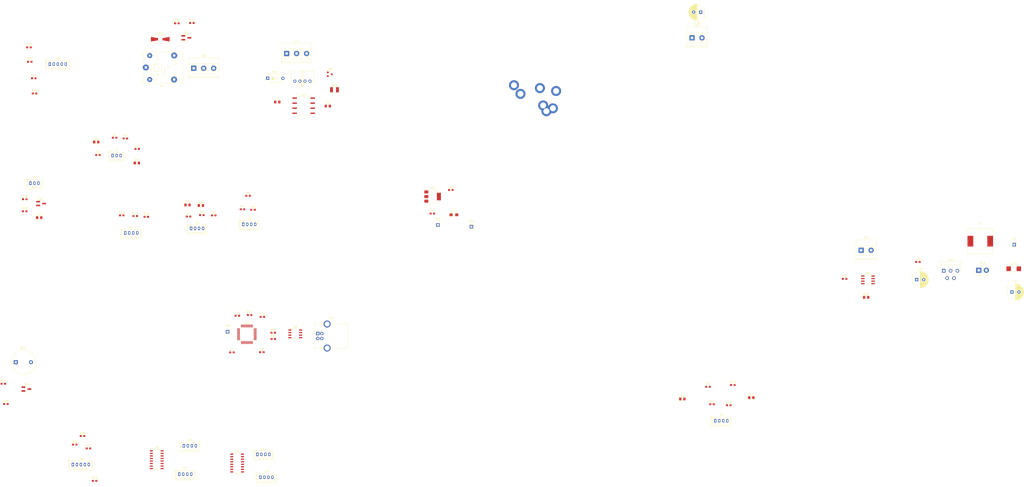
<source format=kicad_pcb>
(kicad_pcb (version 20171130) (host pcbnew 5.1.10)
  (layers (0 F.Cu signal) (31 B.Cu signal) (34 B.Paste user) (35 F.Paste user) (36 B.SilkS user) (37 F.SilkS user) (38 B.Mask user) (39 F.Mask user) (44 Edge.Cuts user))
  (net 0 "")
  (net 1 GND)
  (net 2 +5V)
  (net 3 +3V3)
  (net 4 Earth)
  (net 5 /ADC2)
  (net 6 /ADC1)
  (net 7 "Net-(C10-Pad1)")
  (net 8 /I2C1_SCL)
  (net 9 /I2C1_SDA)
  (net 10 /G1)
  (net 11 "Net-(J1-Pad2)")
  (net 12 "Net-(J2-Pad3)")
  (net 13 "Net-(J2-Pad2)")
  (net 14 "Net-(J3-Pad2)")
  (net 15 "Net-(J3-Pad3)")
  (net 16 "Net-(J4-Pad2)")
  (net 17 "Net-(J4-Pad3)")
  (net 18 "Net-(J5-Pad3)")
  (net 19 "Net-(J5-Pad2)")
  (net 20 /BTN1)
  (net 21 /BTN2)
  (net 22 /BTN3)
  (net 23 /BTN4)
  (net 24 "Net-(J10-Pad2)")
  (net 25 /CANL)
  (net 26 /CANH)
  (net 27 "Net-(J15-Pad1)")
  (net 28 "Net-(J15-Pad2)")
  (net 29 /Relay)
  (net 30 /PWM)
  (net 31 /CLK1)
  (net 32 /DIR1)
  (net 33 /~EN1)
  (net 34 /CLK2)
  (net 35 /DIR2)
  (net 36 /~EN2)
  (net 37 /CAN_Rx)
  (net 38 /CAN_Tx)
  (net 39 /Ext0)
  (net 40 /Ext1)
  (net 41 /Ext2)
  (net 42 /CLK3)
  (net 43 /DIR3)
  (net 44 /~EN3)
  (net 45 "Net-(BZ1-Pad2)")
  (net 46 "Net-(C2-Pad2)")
  (net 47 "Net-(C4-Pad1)")
  (net 48 /Enc2b)
  (net 49 /Enc2a)
  (net 50 "Net-(D9-Pad1)")
  (net 51 "Net-(D9-Pad2)")
  (net 52 "Net-(D9-Pad3)")
  (net 53 "Net-(D9-Pad6)")
  (net 54 "Net-(D9-Pad7)")
  (net 55 "Net-(D10-Pad2)")
  (net 56 "Net-(D11-Pad2)")
  (net 57 "Net-(D12-Pad1)")
  (net 58 "Net-(J1-Pad1)")
  (net 59 "Net-(J2-Pad4)")
  (net 60 "Net-(J3-Pad4)")
  (net 61 "Net-(J4-Pad4)")
  (net 62 "Net-(J8-Pad1)")
  (net 63 "Net-(J8-Pad2)")
  (net 64 "Net-(J8-Pad3)")
  (net 65 "Net-(J8-Pad4)")
  (net 66 "Net-(J9-Pad4)")
  (net 67 "Net-(J9-Pad3)")
  (net 68 "Net-(J9-Pad2)")
  (net 69 "Net-(J9-Pad1)")
  (net 70 "Net-(J10-Pad1)")
  (net 71 "Net-(J10-Pad3)")
  (net 72 "Net-(J12-Pad2)")
  (net 73 "Net-(J14-Pad1)")
  (net 74 "Net-(J14-Pad2)")
  (net 75 "Net-(J14-Pad3)")
  (net 76 "Net-(J15-Pad3)")
  (net 77 "Net-(J16-Pad3)")
  (net 78 "Net-(J16-Pad2)")
  (net 79 "Net-(J16-Pad1)")
  (net 80 "Net-(J17-Pad3)")
  (net 81 "Net-(J17-Pad2)")
  (net 82 "Net-(J17-Pad1)")
  (net 83 /Enc1a)
  (net 84 /Enc1b)
  (net 85 /Enc3a)
  (net 86 /Enc3b)
  (net 87 "Net-(Q2-Pad1)")
  (net 88 "Net-(R17-Pad1)")
  (net 89 "Net-(R19-Pad1)")
  (net 90 "Net-(Q3-Pad1)")
  (net 91 /ESW1)
  (net 92 /ESW2)
  (net 93 /ESW3)
  (net 94 "Net-(R30-Pad2)")
  (net 95 "Net-(R31-Pad2)")
  (net 96 "Net-(Q4-Pad1)")
  (net 97 /Buzzer)
  (net 98 "Net-(Q4-Pad2)")
  (net 99 "Net-(TP3-Pad1)")
  (module Capacitor_SMD:C_0805_2012Metric_Pad1.15x1.40mm_HandSolder (layer F.Cu) (at 126.5428 -17.6784)
    (fp_text reference C1 (at 0 -1.65) (layer F.SilkS))
    (fp_text value 1)
    (pad 2 smd roundrect (at 1.025 0) (size 1.15 1.4) (layers F.Cu F.Paste F.Mask) (roundrect_rratio 0.217391) (net 1 GND))
    (pad 1 smd roundrect (at -1.025 0) (size 1.15 1.4) (layers F.Cu F.Paste F.Mask) (roundrect_rratio 0.217391) (net 2 +5V))
  )
  (module Capacitor_SMD:C_0603_1608Metric_Pad1.05x0.95mm_HandSolder (layer F.Cu) (at 106.5276 89.4588)
    (fp_text reference C5 (at 0 -1.43) (layer F.SilkS))
    (fp_text value 0.1)
    (pad 1 smd roundrect (at -0.875 0) (size 1.05 0.95) (layers F.Cu F.Paste F.Mask) (net 1 GND))
    (pad 2 smd roundrect (at 0.875 0) (size 1.05 0.95) (layers F.Cu F.Paste F.Mask) (net 3 +3V3))
  )
  (module Capacitor_SMD:C_0603_1608Metric_Pad1.05x0.95mm_HandSolder (layer F.Cu) (at 119.0752 90.0684)
    (fp_text reference C6 (at 0 -1.43) (layer F.SilkS))
    (fp_text value 0.1)
    (pad 2 smd roundrect (at 0.875 0) (size 1.05 0.95) (layers F.Cu F.Paste F.Mask) (net 3 +3V3))
    (pad 1 smd roundrect (at -0.875 0) (size 1.05 0.95) (layers F.Cu F.Paste F.Mask) (net 1 GND))
  )
  (module Capacitor_SMD:C_0603_1608Metric_Pad1.05x0.95mm_HandSolder (layer F.Cu) (at 103.8352 107.8484)
    (fp_text reference C7 (at 0 -1.43) (layer F.SilkS))
    (fp_text value 0.1)
    (pad 1 smd roundrect (at -0.875 0) (size 1.05 0.95) (layers F.Cu F.Paste F.Mask) (net 1 GND))
    (pad 2 smd roundrect (at 0.875 0) (size 1.05 0.95) (layers F.Cu F.Paste F.Mask) (net 3 +3V3))
  )
  (module Capacitor_SMD:C_0805_2012Metric_Pad1.15x1.40mm_HandSolder (layer F.Cu) (at 151.8412 -15.6464)
    (fp_text reference C4 (at 0 -1.65) (layer F.SilkS))
    (fp_text value 1)
    (pad 1 smd roundrect (at -1.025 0) (size 1.15 1.4) (layers F.Cu F.Paste F.Mask) (roundrect_rratio 0.217391) (net 47 "Net-(C4-Pad1)"))
    (pad 2 smd roundrect (at 1.025 0) (size 1.15 1.4) (layers F.Cu F.Paste F.Mask) (roundrect_rratio 0.217391) (net 4 Earth))
  )
  (module Capacitor_SMD:C_0603_1608Metric_Pad1.05x0.95mm_HandSolder (layer F.Cu) (at 118.8212 107.7468)
    (fp_text reference C8 (at 0 -1.43) (layer F.SilkS))
    (fp_text value 0.1)
    (pad 2 smd roundrect (at 0.875 0) (size 1.05 0.95) (layers F.Cu F.Paste F.Mask) (net 3 +3V3))
    (pad 1 smd roundrect (at -0.875 0) (size 1.05 0.95) (layers F.Cu F.Paste F.Mask) (net 1 GND))
  )
  (module Capacitor_SMD:C_0603_1608Metric_Pad1.05x0.95mm_HandSolder (layer F.Cu) (at 56.388 5.842)
    (fp_text reference C2 (at 0 -1.43) (layer F.SilkS))
    (fp_text value 0.1)
    (pad 1 smd roundrect (at -0.875 0) (size 1.05 0.95) (layers F.Cu F.Paste F.Mask) (net 5 /ADC2))
    (pad 2 smd roundrect (at 0.875 0) (size 1.05 0.95) (layers F.Cu F.Paste F.Mask) (net 46 "Net-(C2-Pad2)"))
  )
  (module Capacitor_SMD:C_0603_1608Metric_Pad1.05x0.95mm_HandSolder (layer F.Cu) (at 36.7284 8.89)
    (fp_text reference C3 (at 0 -1.43) (layer F.SilkS))
    (fp_text value 0.1)
    (pad 2 smd roundrect (at 0.875 0) (size 1.05 0.95) (layers F.Cu F.Paste F.Mask) (net 46 "Net-(C2-Pad2)"))
    (pad 1 smd roundrect (at -0.875 0) (size 1.05 0.95) (layers F.Cu F.Paste F.Mask) (net 6 /ADC1))
  )
  (module Capacitor_SMD:C_0603_1608Metric_Pad1.05x0.95mm_HandSolder (layer F.Cu) (at 447.421 62.484)
    (fp_text reference C9 (at 0 -1.43) (layer F.SilkS))
    (fp_text value 0.1)
    (pad 2 smd roundrect (at 0.875 0) (size 1.05 0.95) (layers F.Cu F.Paste F.Mask) (net 1 GND))
    (pad 1 smd roundrect (at -0.875 0) (size 1.05 0.95) (layers F.Cu F.Paste F.Mask) (net 7 "Net-(C10-Pad1)"))
  )
  (module Capacitor_THT:CP_Radial_D8.0mm_P3.50mm (layer F.Cu) (at 446.786 71.374)
    (fp_text reference C10 (at 1.75 -5.25) (layer F.SilkS))
    (fp_text value "100u 16V")
    (pad 2 thru_hole circle (at 3.5 0) (size 1.6 1.6) (drill 0.8) (layers *.Cu *.Mask) (net 1 GND))
    (pad 1 thru_hole rect (at 0 0) (size 1.6 1.6) (drill 0.8) (layers *.Cu *.Mask) (net 7 "Net-(C10-Pad1)"))
  )
  (module Capacitor_SMD:C_0603_1608Metric_Pad1.05x0.95mm_HandSolder (layer F.Cu) (at 204.216 38.227)
    (fp_text reference C11 (at 0 -1.43) (layer F.SilkS))
    (fp_text value 0.1)
    (pad 1 smd roundrect (at -0.875 0) (size 1.05 0.95) (layers F.Cu F.Paste F.Mask) (net 2 +5V))
    (pad 2 smd roundrect (at 0.875 0) (size 1.05 0.95) (layers F.Cu F.Paste F.Mask) (net 1 GND))
  )
  (module Capacitor_Tantalum_SMD:CP_EIA-3216-18_Kemet-A_Pad1.58x1.35mm_HandSolder (layer F.Cu) (at 215.011 38.862)
    (fp_text reference C12 (at 0 -1.75) (layer F.SilkS))
    (fp_text value "47u 6V")
    (pad 1 smd roundrect (at -1.4375 0) (size 1.575 1.35) (layers F.Cu F.Paste F.Mask) (roundrect_rratio 0.185185) (net 3 +3V3))
    (pad 2 smd roundrect (at 1.4375 0) (size 1.575 1.35) (layers F.Cu F.Paste F.Mask) (roundrect_rratio 0.185185) (net 1 GND))
  )
  (module Capacitor_Tantalum_SMD:CP_EIA-6032-28_Kemet-C_Pad2.25x2.35mm_HandSolder (layer F.Cu) (at 495.427 65.913)
    (fp_text reference C13 (at 0 -2.55) (layer F.SilkS))
    (fp_text value "47u 10V")
    (pad 1 smd roundrect (at -2.55 0) (size 2.25 2.35) (layers F.Cu F.Paste F.Mask) (roundrect_rratio 0.111111) (net 2 +5V))
    (pad 2 smd roundrect (at 2.55 0) (size 2.25 2.35) (layers F.Cu F.Paste F.Mask) (roundrect_rratio 0.111111) (net 1 GND))
  )
  (module Capacitor_THT:CP_Radial_D8.0mm_P3.50mm (layer F.Cu) (at 494.538 77.597)
    (fp_text reference C14 (at 1.75 -5.25) (layer F.SilkS))
    (fp_text value "100u 16V")
    (pad 1 thru_hole rect (at 0 0) (size 1.6 1.6) (drill 0.8) (layers *.Cu *.Mask) (net 2 +5V))
    (pad 2 thru_hole circle (at 3.5 0) (size 1.6 1.6) (drill 0.8) (layers *.Cu *.Mask) (net 1 GND))
  )
  (module Capacitor_SMD:C_0603_1608Metric_Pad1.05x0.95mm_HandSolder (layer F.Cu) (at 213.487 26.416)
    (fp_text reference C15 (at 0 -1.43) (layer F.SilkS))
    (fp_text value 0.1)
    (pad 1 smd roundrect (at -0.875 0) (size 1.05 0.95) (layers F.Cu F.Paste F.Mask) (net 3 +3V3))
    (pad 2 smd roundrect (at 0.875 0) (size 1.05 0.95) (layers F.Cu F.Paste F.Mask) (net 1 GND))
  )
  (module Diode_SMD:D_SMA-SMB_Universal_Handsoldering (layer F.Cu) (at 67.9196 -49.1744)
    (fp_text reference D10 (at 0 -3) (layer F.SilkS))
    (fp_text value SS14)
    (pad 1 smd trapezoid (at -2.9 0) (size 3.6 1.7) (rect_delta 0.6 0) (layers F.Cu F.Paste F.Mask) (net 2 +5V))
    (pad 2 smd trapezoid (at 2.9 0 180) (size 3.6 1.7) (rect_delta 0.6 0) (layers F.Cu F.Paste F.Mask) (net 55 "Net-(D10-Pad2)"))
  )
  (module Package_SO:SOIC-8_3.9x4.9mm_P1.27mm (layer F.Cu) (at 135.5344 98.552)
    (fp_text reference D9 (at 0 -3.5) (layer F.SilkS))
    (fp_text value USB6B1)
    (pad 1 smd rect (at -2.7 -1.905) (size 1.55 0.6) (layers F.Cu F.Paste F.Mask) (net 50 "Net-(D9-Pad1)"))
    (pad 2 smd rect (at -2.7 -0.635) (size 1.55 0.6) (layers F.Cu F.Paste F.Mask) (net 51 "Net-(D9-Pad2)"))
    (pad 3 smd rect (at -2.7 0.635) (size 1.55 0.6) (layers F.Cu F.Paste F.Mask) (net 52 "Net-(D9-Pad3)"))
    (pad 4 smd rect (at -2.7 1.905) (size 1.55 0.6) (layers F.Cu F.Paste F.Mask) (net 1 GND))
    (pad 5 smd rect (at 2.7 1.905) (size 1.55 0.6) (layers F.Cu F.Paste F.Mask) (net 1 GND))
    (pad 6 smd rect (at 2.7 0.635) (size 1.55 0.6) (layers F.Cu F.Paste F.Mask) (net 53 "Net-(D9-Pad6)"))
    (pad 7 smd rect (at 2.7 -0.635) (size 1.55 0.6) (layers F.Cu F.Paste F.Mask) (net 54 "Net-(D9-Pad7)"))
    (pad 8 smd rect (at 2.7 -1.905) (size 1.55 0.6) (layers F.Cu F.Paste F.Mask))
  )
  (module Diode_SMD:D_0805_2012Metric_Pad1.15x1.40mm_HandSolder (layer F.Cu) (at 363.982 130.556)
    (fp_text reference D1 (at 0 -1.65) (layer F.SilkS))
    (fp_text value CESD3V3)
    (pad 1 smd roundrect (at -1.025 0) (size 1.15 1.4) (layers F.Cu F.Paste F.Mask) (roundrect_rratio 0.217391) (net 8 /I2C1_SCL))
    (pad 2 smd roundrect (at 1.025 0) (size 1.15 1.4) (layers F.Cu F.Paste F.Mask) (roundrect_rratio 0.217391) (net 1 GND))
  )
  (module Diode_SMD:D_0805_2012Metric_Pad1.15x1.40mm_HandSolder (layer F.Cu) (at 421.513 80.264)
    (fp_text reference D11 (at 0 -1.65) (layer F.SilkS))
    (fp_text value MM3Z7V5)
    (pad 1 smd roundrect (at -1.025 0) (size 1.15 1.4) (layers F.Cu F.Paste F.Mask) (roundrect_rratio 0.217391) (net 7 "Net-(C10-Pad1)"))
    (pad 2 smd roundrect (at 1.025 0) (size 1.15 1.4) (layers F.Cu F.Paste F.Mask) (roundrect_rratio 0.217391) (net 56 "Net-(D11-Pad2)"))
  )
  (module Diode_SMD:D_0805_2012Metric_Pad1.15x1.40mm_HandSolder (layer F.Cu) (at 329.438 131.191)
    (fp_text reference D3 (at 0 -1.65) (layer F.SilkS))
    (fp_text value CESD3V3)
    (pad 1 smd roundrect (at -1.025 0) (size 1.15 1.4) (layers F.Cu F.Paste F.Mask) (roundrect_rratio 0.217391) (net 9 /I2C1_SDA))
    (pad 2 smd roundrect (at 1.025 0) (size 1.15 1.4) (layers F.Cu F.Paste F.Mask) (roundrect_rratio 0.217391) (net 1 GND))
  )
  (module Diode_SMD:D_0805_2012Metric_Pad1.15x1.40mm_HandSolder (layer F.Cu) (at 56.1848 12.9032)
    (fp_text reference D4 (at 0 -1.65) (layer F.SilkS))
    (fp_text value CESD3V3)
    (pad 2 smd roundrect (at 1.025 0) (size 1.15 1.4) (layers F.Cu F.Paste F.Mask) (roundrect_rratio 0.217391) (net 46 "Net-(C2-Pad2)"))
    (pad 1 smd roundrect (at -1.025 0) (size 1.15 1.4) (layers F.Cu F.Paste F.Mask) (roundrect_rratio 0.217391) (net 5 /ADC2))
  )
  (module Diode_SMD:D_0805_2012Metric_Pad1.15x1.40mm_HandSolder (layer F.Cu) (at 35.8648 2.3876)
    (fp_text reference D6 (at 0 -1.65) (layer F.SilkS))
    (fp_text value CESD3V3)
    (pad 2 smd roundrect (at 1.025 0) (size 1.15 1.4) (layers F.Cu F.Paste F.Mask) (roundrect_rratio 0.217391) (net 46 "Net-(C2-Pad2)"))
    (pad 1 smd roundrect (at -1.025 0) (size 1.15 1.4) (layers F.Cu F.Paste F.Mask) (roundrect_rratio 0.217391) (net 6 /ADC1))
  )
  (module Diode_THT:D_DO-201_P3.81mm_Vertical_AnodeUp (layer F.Cu) (at 477.901 66.675)
    (fp_text reference D12 (at 1.905 -3.725) (layer F.SilkS))
    (fp_text value 1N5822)
    (fp_text user A (at 3.81 2.3) (layer F.SilkS))
    (pad 1 thru_hole rect (at 0 0) (size 2.6 2.6) (drill 1.3) (layers *.Cu *.Mask) (net 57 "Net-(D12-Pad1)"))
    (pad 2 thru_hole oval (at 3.81 0) (size 2.6 2.6) (drill 1.3) (layers *.Cu *.Mask) (net 1 GND))
  )
  (module TerminalBlock_Phoenix:TerminalBlock_Phoenix_MKDS-1,5-2_1x02_P5.00mm_Horizontal (layer F.Cu) (at 418.973 56.642)
    (fp_text reference J12 (at 2.5 -6.26) (layer F.SilkS))
    (fp_text value Screw_Terminal_01x02)
    (pad 1 thru_hole rect (at 0 0) (size 2.6 2.6) (drill 1.3) (layers *.Cu *.Mask) (net 1 GND))
    (pad 2 thru_hole circle (at 5 0) (size 2.6 2.6) (drill 1.3) (layers *.Cu *.Mask) (net 72 "Net-(J12-Pad2)"))
  )
  (module TerminalBlock_Phoenix:TerminalBlock_Phoenix_MKDS-1,5-3_1x03_P5.00mm_Horizontal (layer F.Cu) (at 84.6836 -34.5948)
    (fp_text reference J10 (at 5 -6.26) (layer F.SilkS))
    (fp_text value Screw_Terminal_01x03)
    (pad 1 thru_hole rect (at 0 0) (size 2.6 2.6) (drill 1.3) (layers *.Cu *.Mask) (net 70 "Net-(J10-Pad1)"))
    (pad 2 thru_hole circle (at 5 0) (size 2.6 2.6) (drill 1.3) (layers *.Cu *.Mask) (net 24 "Net-(J10-Pad2)"))
    (pad 3 thru_hole circle (at 10 0) (size 2.6 2.6) (drill 1.3) (layers *.Cu *.Mask) (net 71 "Net-(J10-Pad3)"))
  )
  (module TerminalBlock_Phoenix:TerminalBlock_Phoenix_MKDS-1,5-3_1x03_P5.00mm_Horizontal (layer F.Cu) (at 131.2164 -42.0116)
    (fp_text reference J7 (at 5 -6.26) (layer F.SilkS))
    (fp_text value Screw_Terminal_01x03)
    (pad 3 thru_hole circle (at 10 0) (size 2.6 2.6) (drill 1.3) (layers *.Cu *.Mask) (net 25 /CANL))
    (pad 2 thru_hole circle (at 5 0) (size 2.6 2.6) (drill 1.3) (layers *.Cu *.Mask) (net 4 Earth))
    (pad 1 thru_hole rect (at 0 0) (size 2.6 2.6) (drill 1.3) (layers *.Cu *.Mask) (net 26 /CANH))
  )
  (module Relay_THT:Relay_SPDT_SANYOU_SRD_Series_Form_C (layer F.Cu) (at 60.706 -35.0012)
    (fp_text reference K1 (at 8.1 9.2) (layer F.SilkS))
    (fp_text value G5LE-1)
    (pad 2 thru_hole circle (at 1.95 6.05 90) (size 2.5 2.5) (drill 1) (layers *.Cu *.Mask) (net 55 "Net-(D10-Pad2)"))
    (pad 3 thru_hole circle (at 14.15 6.05 90) (size 3 3) (drill 1.3) (layers *.Cu *.Mask) (net 70 "Net-(J10-Pad1)"))
    (pad 4 thru_hole circle (at 14.2 -6 90) (size 3 3) (drill 1.3) (layers *.Cu *.Mask) (net 71 "Net-(J10-Pad3)"))
    (pad 5 thru_hole circle (at 1.95 -5.95 90) (size 2.5 2.5) (drill 1) (layers *.Cu *.Mask) (net 2 +5V))
    (pad 1 thru_hole circle (at 0 0 90) (size 3 3) (drill 1.3) (layers *.Cu *.Mask) (net 24 "Net-(J10-Pad2)"))
  )
  (module Inductor_SMD:L_12x12mm_H4.5mm (layer F.Cu) (at 478.663 52.07)
    (fp_text reference L1 (at 0 -8.89) (layer F.SilkS))
    (fp_text value 100u)
    (pad 1 smd rect (at -4.95 0) (size 2.9 5.4) (layers F.Cu F.Paste F.Mask) (net 2 +5V))
    (pad 2 smd rect (at 4.95 0) (size 2.9 5.4) (layers F.Cu F.Paste F.Mask) (net 57 "Net-(D12-Pad1)"))
  )
  (module Package_SO:SO-8_3.9x4.9mm_P1.27mm (layer F.Cu) (at 422.402 71.501)
    (fp_text reference Q5 (at 0 -3.4) (layer F.SilkS))
    (fp_text value IRF9310)
    (pad 1 smd roundrect (at -2.575 -1.905) (size 1.75 0.6) (layers F.Cu F.Paste F.Mask) (net 7 "Net-(C10-Pad1)"))
    (pad 2 smd roundrect (at -2.575 -0.635) (size 1.75 0.6) (layers F.Cu F.Paste F.Mask) (net 7 "Net-(C10-Pad1)"))
    (pad 3 smd roundrect (at -2.575 0.635) (size 1.75 0.6) (layers F.Cu F.Paste F.Mask) (net 7 "Net-(C10-Pad1)"))
    (pad 4 smd roundrect (at -2.575 1.905) (size 1.75 0.6) (layers F.Cu F.Paste F.Mask) (net 56 "Net-(D11-Pad2)"))
    (pad 5 smd roundrect (at 2.575 1.905) (size 1.75 0.6) (layers F.Cu F.Paste F.Mask) (net 72 "Net-(J12-Pad2)"))
    (pad 6 smd roundrect (at 2.575 0.635) (size 1.75 0.6) (layers F.Cu F.Paste F.Mask) (net 72 "Net-(J12-Pad2)"))
    (pad 7 smd roundrect (at 2.575 -0.635) (size 1.75 0.6) (layers F.Cu F.Paste F.Mask) (net 72 "Net-(J12-Pad2)"))
    (pad 8 smd roundrect (at 2.575 -1.905) (size 1.75 0.6) (layers F.Cu F.Paste F.Mask) (net 72 "Net-(J12-Pad2)"))
  )
  (module Resistor_SMD:R_0603_1608Metric_Pad1.05x0.95mm_HandSolder (layer F.Cu) (at 112.6744 89.1032)
    (fp_text reference R17 (at 0 -1.43) (layer F.SilkS))
    (fp_text value 10k)
    (pad 1 smd roundrect (at -0.875 0) (size 1.05 0.95) (layers F.Cu F.Paste F.Mask) (net 88 "Net-(R17-Pad1)"))
    (pad 2 smd roundrect (at 0.875 0) (size 1.05 0.95) (layers F.Cu F.Paste F.Mask) (net 1 GND))
  )
  (module Resistor_SMD:R_0603_1608Metric_Pad1.05x0.95mm_HandSolder (layer F.Cu) (at 50.4444 0.6096)
    (fp_text reference R2 (at 0 -1.43) (layer F.SilkS))
    (fp_text value 10k)
    (pad 1 smd roundrect (at -0.875 0) (size 1.05 0.95) (layers F.Cu F.Paste F.Mask) (net 11 "Net-(J1-Pad2)"))
    (pad 2 smd roundrect (at 0.875 0) (size 1.05 0.95) (layers F.Cu F.Paste F.Mask) (net 5 /ADC2))
  )
  (module Resistor_SMD:R_0603_1608Metric_Pad1.05x0.95mm_HandSolder (layer F.Cu) (at 342.265 125.095)
    (fp_text reference R3 (at 0 -1.43) (layer F.SilkS))
    (fp_text value 4k7)
    (pad 2 smd roundrect (at 0.875 0) (size 1.05 0.95) (layers F.Cu F.Paste F.Mask) (net 3 +3V3))
    (pad 1 smd roundrect (at -0.875 0) (size 1.05 0.95) (layers F.Cu F.Paste F.Mask) (net 8 /I2C1_SCL))
  )
  (module Resistor_SMD:R_0603_1608Metric_Pad1.05x0.95mm_HandSolder (layer F.Cu) (at 354.711 124.206)
    (fp_text reference R13 (at 0 -1.43) (layer F.SilkS))
    (fp_text value 4k7)
    (pad 1 smd roundrect (at -0.875 0) (size 1.05 0.95) (layers F.Cu F.Paste F.Mask) (net 9 /I2C1_SDA))
    (pad 2 smd roundrect (at 0.875 0) (size 1.05 0.95) (layers F.Cu F.Paste F.Mask) (net 3 +3V3))
  )
  (module Resistor_SMD:R_0603_1608Metric_Pad1.05x0.95mm_HandSolder (layer F.Cu) (at 344.297 133.858)
    (fp_text reference R14 (at 0 -1.43) (layer F.SilkS))
    (fp_text value 100)
    (pad 2 smd roundrect (at 0.875 0) (size 1.05 0.95) (layers F.Cu F.Paste F.Mask) (net 8 /I2C1_SCL))
    (pad 1 smd roundrect (at -0.875 0) (size 1.05 0.95) (layers F.Cu F.Paste F.Mask) (net 19 "Net-(J5-Pad2)"))
  )
  (module Resistor_SMD:R_0603_1608Metric_Pad1.05x0.95mm_HandSolder (layer F.Cu) (at 352.679 134.366)
    (fp_text reference R15 (at 0 -1.43) (layer F.SilkS))
    (fp_text value 100)
    (pad 1 smd roundrect (at -0.875 0) (size 1.05 0.95) (layers F.Cu F.Paste F.Mask) (net 18 "Net-(J5-Pad3)"))
    (pad 2 smd roundrect (at 0.875 0) (size 1.05 0.95) (layers F.Cu F.Paste F.Mask) (net 9 /I2C1_SDA))
  )
  (module Resistor_SMD:R_0603_1608Metric_Pad1.05x0.95mm_HandSolder (layer F.Cu) (at 76.2508 -57.15)
    (fp_text reference R20 (at 0 -1.43) (layer F.SilkS))
    (fp_text value 10k)
    (pad 2 smd roundrect (at 0.875 0) (size 1.05 0.95) (layers F.Cu F.Paste F.Mask) (net 29 /Relay))
    (pad 1 smd roundrect (at -0.875 0) (size 1.05 0.95) (layers F.Cu F.Paste F.Mask) (net 1 GND))
  )
  (module Resistor_SMD:R_0603_1608Metric_Pad1.05x0.95mm_HandSolder (layer F.Cu) (at 83.7692 -57.3024)
    (fp_text reference R21 (at 0 -1.43) (layer F.SilkS))
    (fp_text value 330)
    (pad 1 smd roundrect (at -0.875 0) (size 1.05 0.95) (layers F.Cu F.Paste F.Mask) (net 90 "Net-(Q3-Pad1)"))
    (pad 2 smd roundrect (at 0.875 0) (size 1.05 0.95) (layers F.Cu F.Paste F.Mask) (net 29 /Relay))
  )
  (module Resistor_SMD:R_0603_1608Metric_Pad1.05x0.95mm_HandSolder (layer F.Cu) (at 124.5108 97.9932)
    (fp_text reference R30 (at 0 -1.43) (layer F.SilkS))
    (fp_text value 22)
    (pad 1 smd roundrect (at -0.875 0) (size 1.05 0.95) (layers F.Cu F.Paste F.Mask) (net 54 "Net-(D9-Pad7)"))
    (pad 2 smd roundrect (at 0.875 0) (size 1.05 0.95) (layers F.Cu F.Paste F.Mask) (net 94 "Net-(R30-Pad2)"))
  )
  (module Resistor_SMD:R_0603_1608Metric_Pad1.05x0.95mm_HandSolder (layer F.Cu) (at 124.5616 101.1428)
    (fp_text reference R31 (at 0 -1.43) (layer F.SilkS))
    (fp_text value 22)
    (pad 1 smd roundrect (at -0.875 0) (size 1.05 0.95) (layers F.Cu F.Paste F.Mask) (net 53 "Net-(D9-Pad6)"))
    (pad 2 smd roundrect (at 0.875 0) (size 1.05 0.95) (layers F.Cu F.Paste F.Mask) (net 95 "Net-(R31-Pad2)"))
  )
  (module Resistor_SMD:R_1210_3225Metric_Pad1.42x2.65mm_HandSolder (layer F.Cu) (at 155.194 -23.8252)
    (fp_text reference R19 (at 0 -2.28) (layer F.SilkS))
    (fp_text value 120)
    (pad 1 smd roundrect (at -1.4875 0) (size 1.425 2.65) (layers F.Cu F.Paste F.Mask) (roundrect_rratio 0.175439) (net 89 "Net-(R19-Pad1)"))
    (pad 2 smd roundrect (at 1.4875 0) (size 1.425 2.65) (layers F.Cu F.Paste F.Mask) (roundrect_rratio 0.175439) (net 26 /CANH))
  )
  (module Resistor_SMD:R_0603_1608Metric_Pad1.05x0.95mm_HandSolder (layer F.Cu) (at 45.0596 0.2032)
    (fp_text reference R1 (at 0 -1.43) (layer F.SilkS))
    (fp_text value 10k)
    (pad 2 smd roundrect (at 0.875 0) (size 1.05 0.95) (layers F.Cu F.Paste F.Mask) (net 6 /ADC1))
    (pad 1 smd roundrect (at -0.875 0) (size 1.05 0.95) (layers F.Cu F.Paste F.Mask) (net 58 "Net-(J1-Pad1)"))
  )
  (module Resistor_SMD:R_0603_1608Metric_Pad1.05x0.95mm_HandSolder (layer F.Cu) (at 410.718 70.993)
    (fp_text reference R34 (at 0 -1.43) (layer F.SilkS))
    (fp_text value 4k7)
    (pad 2 smd roundrect (at 0.875 0) (size 1.05 0.95) (layers F.Cu F.Paste F.Mask) (net 1 GND))
    (pad 1 smd roundrect (at -0.875 0) (size 1.05 0.95) (layers F.Cu F.Paste F.Mask) (net 56 "Net-(D11-Pad2)"))
  )
  (module Resistor_SMD:R_0603_1608Metric_Pad1.05x0.95mm_HandSolder (layer F.Cu) (at 0.0508 31.0388)
    (fp_text reference R16 (at 0 -1.43) (layer F.SilkS))
    (fp_text value 330)
    (pad 2 smd roundrect (at 0.875 0) (size 1.05 0.95) (layers F.Cu F.Paste F.Mask) (net 30 /PWM))
    (pad 1 smd roundrect (at -0.875 0) (size 1.05 0.95) (layers F.Cu F.Paste F.Mask) (net 87 "Net-(Q2-Pad1)"))
  )
  (module Resistor_SMD:R_0603_1608Metric_Pad1.05x0.95mm_HandSolder (layer F.Cu) (at 0 37.084)
    (fp_text reference R18 (at 0 -1.43) (layer F.SilkS))
    (fp_text value 10k)
    (pad 2 smd roundrect (at 0.875 0) (size 1.05 0.95) (layers F.Cu F.Paste F.Mask) (net 1 GND))
    (pad 1 smd roundrect (at -0.875 0) (size 1.05 0.95) (layers F.Cu F.Paste F.Mask) (net 30 /PWM))
  )
  (module Button_Switch_THT:SW_DIP_SPSTx01_Slide_6.7x4.1mm_W7.62mm_P2.54mm_LowProfile (layer F.Cu) (at 121.7168 -29.5656)
    (fp_text reference SW1 (at 3.81 -3.11) (layer F.SilkS))
    (fp_text value SW_DIP_x01)
    (pad 1 thru_hole rect (at 0 0) (size 1.6 1.6) (drill 0.8) (layers *.Cu *.Mask) (net 89 "Net-(R19-Pad1)"))
    (pad 2 thru_hole oval (at 7.62 0) (size 1.6 1.6) (drill 0.8) (layers *.Cu *.Mask) (net 25 /CANL))
  )
  (module Connector_PinSocket_2.54mm:PinSocket_1x01_P2.54mm_Vertical (layer F.Cu) (at 495.681 53.848)
    (fp_text reference TP1 (at 0 -2.77) (layer F.SilkS))
    (fp_text value 5V)
    (pad 1 thru_hole rect (at 0 0) (size 1.7 1.7) (drill 1) (layers *.Cu *.Mask) (net 2 +5V))
  )
  (module Connector_PinSocket_2.54mm:PinSocket_1x01_P2.54mm_Vertical (layer F.Cu) (at 207.01 43.942)
    (fp_text reference TP2 (at 0 -2.77) (layer F.SilkS))
    (fp_text value 3.3V)
    (pad 1 thru_hole rect (at 0 0) (size 1.7 1.7) (drill 1) (layers *.Cu *.Mask) (net 3 +3V3))
  )
  (module Package_SO:SOIC-16_3.9x9.9mm_P1.27mm (layer F.Cu) (at 106.426 163.322)
    (fp_text reference U4 (at 0 -6) (layer F.SilkS))
    (fp_text value CD4050)
    (pad 1 smd rect (at -2.7 -4.445) (size 1.5 0.6) (layers F.Cu F.Paste F.Mask) (net 2 +5V))
    (pad 2 smd rect (at -2.7 -3.175) (size 1.5 0.6) (layers F.Cu F.Paste F.Mask) (net 73 "Net-(J14-Pad1)"))
    (pad 3 smd rect (at -2.7 -1.905) (size 1.5 0.6) (layers F.Cu F.Paste F.Mask) (net 31 /CLK1))
    (pad 4 smd rect (at -2.7 -0.635) (size 1.5 0.6) (layers F.Cu F.Paste F.Mask) (net 74 "Net-(J14-Pad2)"))
    (pad 5 smd rect (at -2.7 0.635) (size 1.5 0.6) (layers F.Cu F.Paste F.Mask) (net 32 /DIR1))
    (pad 6 smd rect (at -2.7 1.905) (size 1.5 0.6) (layers F.Cu F.Paste F.Mask) (net 75 "Net-(J14-Pad3)"))
    (pad 7 smd rect (at -2.7 3.175) (size 1.5 0.6) (layers F.Cu F.Paste F.Mask) (net 33 /~EN1))
    (pad 8 smd rect (at -2.7 4.445) (size 1.5 0.6) (layers F.Cu F.Paste F.Mask) (net 1 GND))
    (pad 9 smd rect (at 2.7 4.445) (size 1.5 0.6) (layers F.Cu F.Paste F.Mask) (net 34 /CLK2))
    (pad 10 smd rect (at 2.7 3.175) (size 1.5 0.6) (layers F.Cu F.Paste F.Mask) (net 27 "Net-(J15-Pad1)"))
    (pad 11 smd rect (at 2.7 1.905) (size 1.5 0.6) (layers F.Cu F.Paste F.Mask) (net 35 /DIR2))
    (pad 12 smd rect (at 2.7 0.635) (size 1.5 0.6) (layers F.Cu F.Paste F.Mask) (net 28 "Net-(J15-Pad2)"))
    (pad 13 smd rect (at 2.7 -0.635) (size 1.5 0.6) (layers F.Cu F.Paste F.Mask))
    (pad 14 smd rect (at 2.7 -1.905) (size 1.5 0.6) (layers F.Cu F.Paste F.Mask) (net 36 /~EN2))
    (pad 15 smd rect (at 2.7 -3.175) (size 1.5 0.6) (layers F.Cu F.Paste F.Mask) (net 76 "Net-(J15-Pad3)"))
    (pad 16 smd rect (at 2.7 -4.445) (size 1.5 0.6) (layers F.Cu F.Paste F.Mask))
  )
  (module Package_SO:SOP-8_6.62x9.15mm_P2.54mm (layer F.Cu) (at 139.7508 -15.8496)
    (fp_text reference U1 (at 0 -5.52) (layer F.SilkS))
    (fp_text value ISO1050DUB)
    (pad 1 smd roundrect (at -4.525 -3.81) (size 2.35 0.65) (layers F.Cu F.Paste F.Mask) (net 2 +5V))
    (pad 2 smd roundrect (at -4.525 -1.27) (size 2.35 0.65) (layers F.Cu F.Paste F.Mask) (net 37 /CAN_Rx))
    (pad 3 smd roundrect (at -4.525 1.27) (size 2.35 0.65) (layers F.Cu F.Paste F.Mask) (net 38 /CAN_Tx))
    (pad 4 smd roundrect (at -4.525 3.81) (size 2.35 0.65) (layers F.Cu F.Paste F.Mask) (net 1 GND))
    (pad 5 smd roundrect (at 4.525 3.81) (size 2.35 0.65) (layers F.Cu F.Paste F.Mask) (net 4 Earth))
    (pad 6 smd roundrect (at 4.525 1.27) (size 2.35 0.65) (layers F.Cu F.Paste F.Mask) (net 25 /CANL))
    (pad 7 smd roundrect (at 4.525 -1.27) (size 2.35 0.65) (layers F.Cu F.Paste F.Mask) (net 26 /CANH))
    (pad 8 smd roundrect (at 4.525 -3.81) (size 2.35 0.65) (layers F.Cu F.Paste F.Mask) (net 47 "Net-(C4-Pad1)"))
  )
  (module Package_QFP:LQFP-48_7x7mm_P0.5mm (layer F.Cu) (at 111.3028 98.7552)
    (fp_text reference U2 (at 0 -5.85) (layer F.SilkS))
    (fp_text value STM32F072C8Tx)
    (pad 1 smd roundrect (at -4.1625 -2.75) (size 1.475 0.3) (layers F.Cu F.Paste F.Mask) (net 3 +3V3))
    (pad 2 smd roundrect (at -4.1625 -2.25) (size 1.475 0.3) (layers F.Cu F.Paste F.Mask) (net 39 /Ext0))
    (pad 3 smd roundrect (at -4.1625 -1.75) (size 1.475 0.3) (layers F.Cu F.Paste F.Mask) (net 40 /Ext1))
    (pad 4 smd roundrect (at -4.1625 -1.25) (size 1.475 0.3) (layers F.Cu F.Paste F.Mask) (net 41 /Ext2))
    (pad 5 smd roundrect (at -4.1625 -0.75) (size 1.475 0.3) (layers F.Cu F.Paste F.Mask) (net 29 /Relay))
    (pad 6 smd roundrect (at -4.1625 -0.25) (size 1.475 0.3) (layers F.Cu F.Paste F.Mask))
    (pad 7 smd roundrect (at -4.1625 0.25) (size 1.475 0.3) (layers F.Cu F.Paste F.Mask) (net 99 "Net-(TP3-Pad1)"))
    (pad 8 smd roundrect (at -4.1625 0.75) (size 1.475 0.3) (layers F.Cu F.Paste F.Mask) (net 1 GND))
    (pad 9 smd roundrect (at -4.1625 1.25) (size 1.475 0.3) (layers F.Cu F.Paste F.Mask) (net 3 +3V3))
    (pad 10 smd roundrect (at -4.1625 1.75) (size 1.475 0.3) (layers F.Cu F.Paste F.Mask) (net 49 /Enc2a))
    (pad 11 smd roundrect (at -4.1625 2.25) (size 1.475 0.3) (layers F.Cu F.Paste F.Mask) (net 48 /Enc2b))
    (pad 12 smd roundrect (at -4.1625 2.75) (size 1.475 0.3) (layers F.Cu F.Paste F.Mask) (net 31 /CLK1))
    (pad 13 smd roundrect (at -2.75 4.1625) (size 0.3 1.475) (layers F.Cu F.Paste F.Mask) (net 6 /ADC1))
    (pad 14 smd roundrect (at -2.25 4.1625) (size 0.3 1.475) (layers F.Cu F.Paste F.Mask) (net 34 /CLK2))
    (pad 15 smd roundrect (at -1.75 4.1625) (size 0.3 1.475) (layers F.Cu F.Paste F.Mask) (net 5 /ADC2))
    (pad 16 smd roundrect (at -1.25 4.1625) (size 0.3 1.475) (layers F.Cu F.Paste F.Mask) (net 42 /CLK3))
    (pad 17 smd roundrect (at -0.75 4.1625) (size 0.3 1.475) (layers F.Cu F.Paste F.Mask) (net 30 /PWM))
    (pad 18 smd roundrect (at -0.25 4.1625) (size 0.3 1.475) (layers F.Cu F.Paste F.Mask) (net 91 /ESW1))
    (pad 19 smd roundrect (at 0.25 4.1625) (size 0.3 1.475) (layers F.Cu F.Paste F.Mask) (net 92 /ESW2))
    (pad 20 smd roundrect (at 0.75 4.1625) (size 0.3 1.475) (layers F.Cu F.Paste F.Mask) (net 93 /ESW3))
    (pad 21 smd roundrect (at 1.25 4.1625) (size 0.3 1.475) (layers F.Cu F.Paste F.Mask) (net 32 /DIR1))
    (pad 22 smd roundrect (at 1.75 4.1625) (size 0.3 1.475) (layers F.Cu F.Paste F.Mask) (net 35 /DIR2))
    (pad 23 smd roundrect (at 2.25 4.1625) (size 0.3 1.475) (layers F.Cu F.Paste F.Mask) (net 1 GND))
    (pad 24 smd roundrect (at 2.75 4.1625) (size 0.3 1.475) (layers F.Cu F.Paste F.Mask) (net 3 +3V3))
    (pad 25 smd roundrect (at 4.1625 2.75) (size 1.475 0.3) (layers F.Cu F.Paste F.Mask) (net 43 /DIR3))
    (pad 26 smd roundrect (at 4.1625 2.25) (size 1.475 0.3) (layers F.Cu F.Paste F.Mask) (net 33 /~EN1))
    (pad 27 smd roundrect (at 4.1625 1.75) (size 1.475 0.3) (layers F.Cu F.Paste F.Mask) (net 36 /~EN2))
    (pad 28 smd roundrect (at 4.1625 1.25) (size 1.475 0.3) (layers F.Cu F.Paste F.Mask) (net 44 /~EN3))
    (pad 29 smd roundrect (at 4.1625 0.75) (size 1.475 0.3) (layers F.Cu F.Paste F.Mask) (net 83 /Enc1a))
    (pad 30 smd roundrect (at 4.1625 0.25) (size 1.475 0.3) (layers F.Cu F.Paste F.Mask) (net 84 /Enc1b))
    (pad 31 smd roundrect (at 4.1625 -0.25) (size 1.475 0.3) (layers F.Cu F.Paste F.Mask) (net 20 /BTN1))
    (pad 32 smd roundrect (at 4.1625 -0.75) (size 1.475 0.3) (layers F.Cu F.Paste F.Mask) (net 94 "Net-(R30-Pad2)"))
    (pad 33 smd roundrect (at 4.1625 -1.25) (size 1.475 0.3) (layers F.Cu F.Paste F.Mask) (net 95 "Net-(R31-Pad2)"))
    (pad 34 smd roundrect (at 4.1625 -1.75) (size 1.475 0.3) (layers F.Cu F.Paste F.Mask) (net 21 /BTN2))
    (pad 35 smd roundrect (at 4.1625 -2.25) (size 1.475 0.3) (layers F.Cu F.Paste F.Mask) (net 1 GND))
    (pad 36 smd roundrect (at 4.1625 -2.75) (size 1.475 0.3) (layers F.Cu F.Paste F.Mask) (net 3 +3V3))
    (pad 37 smd roundrect (at 2.75 -4.1625) (size 0.3 1.475) (layers F.Cu F.Paste F.Mask) (net 22 /BTN3))
    (pad 38 smd roundrect (at 2.25 -4.1625) (size 0.3 1.475) (layers F.Cu F.Paste F.Mask) (net 23 /BTN4))
    (pad 39 smd roundrect (at 1.75 -4.1625) (size 0.3 1.475) (layers F.Cu F.Paste F.Mask) (net 97 /Buzzer))
    (pad 40 smd roundrect (at 1.25 -4.1625) (size 0.3 1.475) (layers F.Cu F.Paste F.Mask) (net 85 /Enc3a))
    (pad 41 smd roundrect (at 0.75 -4.1625) (size 0.3 1.475) (layers F.Cu F.Paste F.Mask) (net 86 /Enc3b))
    (pad 42 smd roundrect (at 0.25 -4.1625) (size 0.3 1.475) (layers F.Cu F.Paste F.Mask) (net 8 /I2C1_SCL))
    (pad 43 smd roundrect (at -0.25 -4.1625) (size 0.3 1.475) (layers F.Cu F.Paste F.Mask) (net 9 /I2C1_SDA))
    (pad 44 smd roundrect (at -0.75 -4.1625) (size 0.3 1.475) (layers F.Cu F.Paste F.Mask) (net 88 "Net-(R17-Pad1)"))
    (pad 45 smd roundrect (at -1.25 -4.1625) (size 0.3 1.475) (layers F.Cu F.Paste F.Mask) (net 37 /CAN_Rx))
    (pad 46 smd roundrect (at -1.75 -4.1625) (size 0.3 1.475) (layers F.Cu F.Paste F.Mask) (net 38 /CAN_Tx))
    (pad 47 smd roundrect (at -2.25 -4.1625) (size 0.3 1.475) (layers F.Cu F.Paste F.Mask) (net 1 GND))
    (pad 48 smd roundrect (at -2.75 -4.1625) (size 0.3 1.475) (layers F.Cu F.Paste F.Mask) (net 3 +3V3))
  )
  (module Package_SO:SOIC-16_3.9x9.9mm_P1.27mm (layer F.Cu) (at 66.167 161.671)
    (fp_text reference U5 (at 0 -6) (layer F.SilkS))
    (fp_text value CD4050)
    (pad 16 smd rect (at 2.7 -4.445) (size 1.5 0.6) (layers F.Cu F.Paste F.Mask))
    (pad 15 smd rect (at 2.7 -3.175) (size 1.5 0.6) (layers F.Cu F.Paste F.Mask) (net 80 "Net-(J17-Pad3)"))
    (pad 14 smd rect (at 2.7 -1.905) (size 1.5 0.6) (layers F.Cu F.Paste F.Mask) (net 41 /Ext2))
    (pad 13 smd rect (at 2.7 -0.635) (size 1.5 0.6) (layers F.Cu F.Paste F.Mask))
    (pad 12 smd rect (at 2.7 0.635) (size 1.5 0.6) (layers F.Cu F.Paste F.Mask) (net 81 "Net-(J17-Pad2)"))
    (pad 11 smd rect (at 2.7 1.905) (size 1.5 0.6) (layers F.Cu F.Paste F.Mask) (net 40 /Ext1))
    (pad 10 smd rect (at 2.7 3.175) (size 1.5 0.6) (layers F.Cu F.Paste F.Mask) (net 82 "Net-(J17-Pad1)"))
    (pad 9 smd rect (at 2.7 4.445) (size 1.5 0.6) (layers F.Cu F.Paste F.Mask) (net 39 /Ext0))
    (pad 8 smd rect (at -2.7 4.445) (size 1.5 0.6) (layers F.Cu F.Paste F.Mask) (net 1 GND))
    (pad 7 smd rect (at -2.7 3.175) (size 1.5 0.6) (layers F.Cu F.Paste F.Mask) (net 44 /~EN3))
    (pad 6 smd rect (at -2.7 1.905) (size 1.5 0.6) (layers F.Cu F.Paste F.Mask) (net 77 "Net-(J16-Pad3)"))
    (pad 5 smd rect (at -2.7 0.635) (size 1.5 0.6) (layers F.Cu F.Paste F.Mask) (net 43 /DIR3))
    (pad 4 smd rect (at -2.7 -0.635) (size 1.5 0.6) (layers F.Cu F.Paste F.Mask) (net 78 "Net-(J16-Pad2)"))
    (pad 3 smd rect (at -2.7 -1.905) (size 1.5 0.6) (layers F.Cu F.Paste F.Mask) (net 42 /CLK3))
    (pad 2 smd rect (at -2.7 -3.175) (size 1.5 0.6) (layers F.Cu F.Paste F.Mask) (net 79 "Net-(J16-Pad1)"))
    (pad 1 smd rect (at -2.7 -4.445) (size 1.5 0.6) (layers F.Cu F.Paste F.Mask) (net 2 +5V))
  )
  (module Buzzer_Beeper:Buzzer_12x9.5RM7.6 (layer F.Cu) (at -4.445 112.776)
    (fp_text reference BZ1 (at 3.8 -7.2) (layer F.SilkS))
    (fp_text value "Buzzer 3v3")
    (fp_text user + (at -0.01 -2.54) (layer F.SilkS))
    (pad 1 thru_hole rect (at 0 0) (size 2 2) (drill 1) (layers *.Cu *.Mask) (net 3 +3V3))
    (pad 2 thru_hole circle (at 7.6 0) (size 2 2) (drill 1) (layers *.Cu *.Mask) (net 45 "Net-(BZ1-Pad2)"))
  )
  (module Diode_SMD:D_0805_2012Metric_Pad1.15x1.40mm_HandSolder (layer F.Cu) (at 81.5848 33.9344)
    (fp_text reference D2 (at 0 -1.65) (layer F.SilkS))
    (fp_text value D)
    (pad 2 smd roundrect (at 1.025 0) (size 1.15 1.4) (layers F.Cu F.Paste F.Mask) (roundrect_rratio 0.217391) (net 48 /Enc2b))
    (pad 1 smd roundrect (at -1.025 0) (size 1.15 1.4) (layers F.Cu F.Paste F.Mask) (roundrect_rratio 0.217391) (net 1 GND))
  )
  (module Diode_SMD:D_0805_2012Metric_Pad1.15x1.40mm_HandSolder (layer F.Cu) (at 88.2904 34.1884)
    (fp_text reference D5 (at 0 -1.65) (layer F.SilkS))
    (fp_text value D)
    (pad 1 smd roundrect (at -1.025 0) (size 1.15 1.4) (layers F.Cu F.Paste F.Mask) (roundrect_rratio 0.217391) (net 1 GND))
    (pad 2 smd roundrect (at 1.025 0) (size 1.15 1.4) (layers F.Cu F.Paste F.Mask) (roundrect_rratio 0.217391) (net 49 /Enc2a))
  )
  (module Connector_JST:JST_PH_B3B-PH-K_1x03_P2.00mm_Vertical (layer F.Cu) (at 44.0436 9.144)
    (fp_text reference J1 (at 2 -2.9) (layer F.SilkS))
    (fp_text value 01x03)
    (pad 3 thru_hole oval (at 4 0) (size 1.2 1.75) (drill 0.75) (layers *.Cu *.Mask) (net 1 GND))
    (pad 2 thru_hole oval (at 2 0) (size 1.2 1.75) (drill 0.75) (layers *.Cu *.Mask) (net 11 "Net-(J1-Pad2)"))
    (pad 1 thru_hole roundrect (at 0 0) (size 1.2 1.75) (drill 0.75) (layers *.Cu *.Mask) (roundrect_rratio 0.208333) (net 58 "Net-(J1-Pad1)"))
  )
  (module Connector_JST:JST_PH_B4B-PH-K_1x04_P2.00mm_Vertical (layer F.Cu) (at 109.474 43.6372)
    (fp_text reference J2 (at 3 -2.9) (layer F.SilkS))
    (fp_text value Conn_01x04_Female)
    (pad 4 thru_hole oval (at 6 0) (size 1.2 1.75) (drill 0.75) (layers *.Cu *.Mask) (net 59 "Net-(J2-Pad4)"))
    (pad 3 thru_hole oval (at 4 0) (size 1.2 1.75) (drill 0.75) (layers *.Cu *.Mask) (net 12 "Net-(J2-Pad3)"))
    (pad 2 thru_hole oval (at 2 0) (size 1.2 1.75) (drill 0.75) (layers *.Cu *.Mask) (net 13 "Net-(J2-Pad2)"))
    (pad 1 thru_hole roundrect (at 0 0) (size 1.2 1.75) (drill 0.75) (layers *.Cu *.Mask) (roundrect_rratio 0.208333) (net 1 GND))
  )
  (module Connector_JST:JST_PH_B4B-PH-K_1x04_P2.00mm_Vertical (layer F.Cu) (at 83.3628 45.6692)
    (fp_text reference J3 (at 3 -2.9) (layer F.SilkS))
    (fp_text value Conn_01x04_Female)
    (pad 1 thru_hole roundrect (at 0 0) (size 1.2 1.75) (drill 0.75) (layers *.Cu *.Mask) (roundrect_rratio 0.208333) (net 1 GND))
    (pad 2 thru_hole oval (at 2 0) (size 1.2 1.75) (drill 0.75) (layers *.Cu *.Mask) (net 14 "Net-(J3-Pad2)"))
    (pad 3 thru_hole oval (at 4 0) (size 1.2 1.75) (drill 0.75) (layers *.Cu *.Mask) (net 15 "Net-(J3-Pad3)"))
    (pad 4 thru_hole oval (at 6 0) (size 1.2 1.75) (drill 0.75) (layers *.Cu *.Mask) (net 60 "Net-(J3-Pad4)"))
  )
  (module Connector_JST:JST_PH_B4B-PH-K_1x04_P2.00mm_Vertical (layer F.Cu) (at 50.3936 47.9552)
    (fp_text reference J4 (at 3 -2.9) (layer F.SilkS))
    (fp_text value Conn_01x04_Female)
    (pad 1 thru_hole roundrect (at 0 0) (size 1.2 1.75) (drill 0.75) (layers *.Cu *.Mask) (roundrect_rratio 0.208333) (net 1 GND))
    (pad 2 thru_hole oval (at 2 0) (size 1.2 1.75) (drill 0.75) (layers *.Cu *.Mask) (net 16 "Net-(J4-Pad2)"))
    (pad 3 thru_hole oval (at 4 0) (size 1.2 1.75) (drill 0.75) (layers *.Cu *.Mask) (net 17 "Net-(J4-Pad3)"))
    (pad 4 thru_hole oval (at 6 0) (size 1.2 1.75) (drill 0.75) (layers *.Cu *.Mask) (net 61 "Net-(J4-Pad4)"))
  )
  (module Connector_JST:JST_PH_B4B-PH-K_1x04_P2.00mm_Vertical (layer F.Cu) (at 345.948 142.113)
    (fp_text reference J5 (at 3 -2.9) (layer F.SilkS))
    (fp_text value Conn_01x04_Female)
    (pad 1 thru_hole roundrect (at 0 0) (size 1.2 1.75) (drill 0.75) (layers *.Cu *.Mask) (roundrect_rratio 0.208333) (net 3 +3V3))
    (pad 2 thru_hole oval (at 2 0) (size 1.2 1.75) (drill 0.75) (layers *.Cu *.Mask) (net 19 "Net-(J5-Pad2)"))
    (pad 3 thru_hole oval (at 4 0) (size 1.2 1.75) (drill 0.75) (layers *.Cu *.Mask) (net 18 "Net-(J5-Pad3)"))
    (pad 4 thru_hole oval (at 6 0) (size 1.2 1.75) (drill 0.75) (layers *.Cu *.Mask) (net 1 GND))
  )
  (module Connector_JST:JST_PH_B3B-PH-K_1x03_P2.00mm_Vertical (layer F.Cu) (at 2.8956 23.0124)
    (fp_text reference J6 (at 2 -2.9) (layer F.SilkS))
    (fp_text value 01x03)
    (pad 1 thru_hole roundrect (at 0 0) (size 1.2 1.75) (drill 0.75) (layers *.Cu *.Mask) (roundrect_rratio 0.208333) (net 3 +3V3))
    (pad 2 thru_hole oval (at 2 0) (size 1.2 1.75) (drill 0.75) (layers *.Cu *.Mask) (net 2 +5V))
    (pad 3 thru_hole oval (at 4 0) (size 1.2 1.75) (drill 0.75) (layers *.Cu *.Mask) (net 10 /G1))
  )
  (module Connector_JST:JST_PH_B5B-PH-K_1x05_P2.00mm_Vertical (layer F.Cu) (at 24.1554 164.084)
    (fp_text reference J8 (at 4 -2.9) (layer F.SilkS))
    (fp_text value 01x05)
    (pad 1 thru_hole roundrect (at 0 0) (size 1.2 1.75) (drill 0.75) (layers *.Cu *.Mask) (roundrect_rratio 0.208333) (net 62 "Net-(J8-Pad1)"))
    (pad 2 thru_hole oval (at 2 0) (size 1.2 1.75) (drill 0.75) (layers *.Cu *.Mask) (net 63 "Net-(J8-Pad2)"))
    (pad 3 thru_hole oval (at 4 0) (size 1.2 1.75) (drill 0.75) (layers *.Cu *.Mask) (net 64 "Net-(J8-Pad3)"))
    (pad 4 thru_hole oval (at 6 0) (size 1.2 1.75) (drill 0.75) (layers *.Cu *.Mask) (net 65 "Net-(J8-Pad4)"))
    (pad 5 thru_hole oval (at 8 0) (size 1.2 1.75) (drill 0.75) (layers *.Cu *.Mask) (net 1 GND))
  )
  (module Connector_JST:JST_PH_B5B-PH-K_1x05_P2.00mm_Vertical (layer F.Cu) (at 12.573 -36.703)
    (fp_text reference J9 (at 4 -2.9) (layer F.SilkS))
    (fp_text value 01x05)
    (pad 5 thru_hole oval (at 8 0) (size 1.2 1.75) (drill 0.75) (layers *.Cu *.Mask) (net 1 GND))
    (pad 4 thru_hole oval (at 6 0) (size 1.2 1.75) (drill 0.75) (layers *.Cu *.Mask) (net 66 "Net-(J9-Pad4)"))
    (pad 3 thru_hole oval (at 4 0) (size 1.2 1.75) (drill 0.75) (layers *.Cu *.Mask) (net 67 "Net-(J9-Pad3)"))
    (pad 2 thru_hole oval (at 2 0) (size 1.2 1.75) (drill 0.75) (layers *.Cu *.Mask) (net 68 "Net-(J9-Pad2)"))
    (pad 1 thru_hole roundrect (at 0 0) (size 1.2 1.75) (drill 0.75) (layers *.Cu *.Mask) (roundrect_rratio 0.208333) (net 69 "Net-(J9-Pad1)"))
  )
  (module TerminalBlock_Phoenix:TerminalBlock_Phoenix_MKDS-1,5-2_1x02_P5.00mm_Horizontal (layer F.Cu) (at 334.279365 -49.864693)
    (fp_text reference J13 (at 2.5 -6.26) (layer F.SilkS))
    (fp_text value Screw_Terminal_01x02)
    (pad 1 thru_hole rect (at 0 0) (size 2.6 2.6) (drill 1.3) (layers *.Cu *.Mask) (net 1 GND))
    (pad 2 thru_hole circle (at 5 0) (size 2.6 2.6) (drill 1.3) (layers *.Cu *.Mask) (net 7 "Net-(C10-Pad1)"))
  )
  (module Connector_JST:JST_PH_B4B-PH-K_1x04_P2.00mm_Vertical (layer F.Cu) (at 116.586 159.004)
    (fp_text reference J14 (at 3 -2.9) (layer F.SilkS))
    (fp_text value Conn_01x04_Female)
    (pad 1 thru_hole roundrect (at 0 0) (size 1.2 1.75) (drill 0.75) (layers *.Cu *.Mask) (roundrect_rratio 0.208333) (net 73 "Net-(J14-Pad1)"))
    (pad 2 thru_hole oval (at 2 0) (size 1.2 1.75) (drill 0.75) (layers *.Cu *.Mask) (net 74 "Net-(J14-Pad2)"))
    (pad 3 thru_hole oval (at 4 0) (size 1.2 1.75) (drill 0.75) (layers *.Cu *.Mask) (net 75 "Net-(J14-Pad3)"))
    (pad 4 thru_hole oval (at 6 0) (size 1.2 1.75) (drill 0.75) (layers *.Cu *.Mask) (net 1 GND))
  )
  (module Connector_JST:JST_PH_B4B-PH-K_1x04_P2.00mm_Vertical (layer F.Cu) (at 118.11 170.434)
    (fp_text reference J15 (at 3 -2.9) (layer F.SilkS))
    (fp_text value Conn_01x04_Female)
    (pad 4 thru_hole oval (at 6 0) (size 1.2 1.75) (drill 0.75) (layers *.Cu *.Mask) (net 1 GND))
    (pad 3 thru_hole oval (at 4 0) (size 1.2 1.75) (drill 0.75) (layers *.Cu *.Mask) (net 76 "Net-(J15-Pad3)"))
    (pad 2 thru_hole oval (at 2 0) (size 1.2 1.75) (drill 0.75) (layers *.Cu *.Mask) (net 28 "Net-(J15-Pad2)"))
    (pad 1 thru_hole roundrect (at 0 0) (size 1.2 1.75) (drill 0.75) (layers *.Cu *.Mask) (roundrect_rratio 0.208333) (net 27 "Net-(J15-Pad1)"))
  )
  (module Connector_JST:JST_PH_B4B-PH-K_1x04_P2.00mm_Vertical (layer F.Cu) (at 79.756 154.686)
    (fp_text reference J16 (at 3 -2.9) (layer F.SilkS))
    (fp_text value Conn_01x04_Female)
    (pad 4 thru_hole oval (at 6 0) (size 1.2 1.75) (drill 0.75) (layers *.Cu *.Mask) (net 1 GND))
    (pad 3 thru_hole oval (at 4 0) (size 1.2 1.75) (drill 0.75) (layers *.Cu *.Mask) (net 77 "Net-(J16-Pad3)"))
    (pad 2 thru_hole oval (at 2 0) (size 1.2 1.75) (drill 0.75) (layers *.Cu *.Mask) (net 78 "Net-(J16-Pad2)"))
    (pad 1 thru_hole roundrect (at 0 0) (size 1.2 1.75) (drill 0.75) (layers *.Cu *.Mask) (roundrect_rratio 0.208333) (net 79 "Net-(J16-Pad1)"))
  )
  (module Connector_JST:JST_PH_B4B-PH-K_1x04_P2.00mm_Vertical (layer F.Cu) (at 77.47 168.91)
    (fp_text reference J17 (at 3 -2.9) (layer F.SilkS))
    (fp_text value Conn_01x04_Female)
    (pad 4 thru_hole oval (at 6 0) (size 1.2 1.75) (drill 0.75) (layers *.Cu *.Mask) (net 1 GND))
    (pad 3 thru_hole oval (at 4 0) (size 1.2 1.75) (drill 0.75) (layers *.Cu *.Mask) (net 80 "Net-(J17-Pad3)"))
    (pad 2 thru_hole oval (at 2 0) (size 1.2 1.75) (drill 0.75) (layers *.Cu *.Mask) (net 81 "Net-(J17-Pad2)"))
    (pad 1 thru_hole roundrect (at 0 0) (size 1.2 1.75) (drill 0.75) (layers *.Cu *.Mask) (roundrect_rratio 0.208333) (net 82 "Net-(J17-Pad1)"))
  )
  (module Resistor_SMD:R_0603_1608Metric_Pad1.05x0.95mm_HandSolder (layer F.Cu) (at 109.1184 36.1188)
    (fp_text reference R4 (at 0 -1.43) (layer F.SilkS))
    (fp_text value 22)
    (pad 1 smd roundrect (at -0.875 0) (size 1.05 0.95) (layers F.Cu F.Paste F.Mask) (net 2 +5V))
    (pad 2 smd roundrect (at 0.875 0) (size 1.05 0.95) (layers F.Cu F.Paste F.Mask) (net 59 "Net-(J2-Pad4)"))
  )
  (module Resistor_SMD:R_0603_1608Metric_Pad1.05x0.95mm_HandSolder (layer F.Cu) (at 114.4016 36.322)
    (fp_text reference R5 (at 0 -1.43) (layer F.SilkS))
    (fp_text value 100)
    (pad 2 smd roundrect (at 0.875 0) (size 1.05 0.95) (layers F.Cu F.Paste F.Mask) (net 12 "Net-(J2-Pad3)"))
    (pad 1 smd roundrect (at -0.875 0) (size 1.05 0.95) (layers F.Cu F.Paste F.Mask) (net 83 /Enc1a))
  )
  (module Resistor_SMD:R_0603_1608Metric_Pad1.05x0.95mm_HandSolder (layer F.Cu) (at 111.9124 29.3116)
    (fp_text reference R6 (at 0 -1.43) (layer F.SilkS))
    (fp_text value 100)
    (pad 1 smd roundrect (at -0.875 0) (size 1.05 0.95) (layers F.Cu F.Paste F.Mask) (net 84 /Enc1b))
    (pad 2 smd roundrect (at 0.875 0) (size 1.05 0.95) (layers F.Cu F.Paste F.Mask) (net 13 "Net-(J2-Pad2)"))
  )
  (module Resistor_SMD:R_0603_1608Metric_Pad1.05x0.95mm_HandSolder (layer F.Cu) (at 82.0928 39.7256)
    (fp_text reference R7 (at 0 -1.43) (layer F.SilkS))
    (fp_text value 22)
    (pad 1 smd roundrect (at -0.875 0) (size 1.05 0.95) (layers F.Cu F.Paste F.Mask) (net 2 +5V))
    (pad 2 smd roundrect (at 0.875 0) (size 1.05 0.95) (layers F.Cu F.Paste F.Mask) (net 60 "Net-(J3-Pad4)"))
  )
  (module Resistor_SMD:R_0603_1608Metric_Pad1.05x0.95mm_HandSolder (layer F.Cu) (at 88.7476 39.0144)
    (fp_text reference R8 (at 0 -1.43) (layer F.SilkS))
    (fp_text value 100)
    (pad 2 smd roundrect (at 0.875 0) (size 1.05 0.95) (layers F.Cu F.Paste F.Mask) (net 15 "Net-(J3-Pad3)"))
    (pad 1 smd roundrect (at -0.875 0) (size 1.05 0.95) (layers F.Cu F.Paste F.Mask) (net 49 /Enc2a))
  )
  (module Resistor_SMD:R_0603_1608Metric_Pad1.05x0.95mm_HandSolder (layer F.Cu) (at 94.6912 39.1668)
    (fp_text reference R9 (at 0 -1.43) (layer F.SilkS))
    (fp_text value 100)
    (pad 1 smd roundrect (at -0.875 0) (size 1.05 0.95) (layers F.Cu F.Paste F.Mask) (net 48 /Enc2b))
    (pad 2 smd roundrect (at 0.875 0) (size 1.05 0.95) (layers F.Cu F.Paste F.Mask) (net 14 "Net-(J3-Pad2)"))
  )
  (module Resistor_SMD:R_0603_1608Metric_Pad1.05x0.95mm_HandSolder (layer F.Cu) (at 48.6156 39.1668)
    (fp_text reference R10 (at 0 -1.43) (layer F.SilkS))
    (fp_text value 22)
    (pad 2 smd roundrect (at 0.875 0) (size 1.05 0.95) (layers F.Cu F.Paste F.Mask) (net 61 "Net-(J4-Pad4)"))
    (pad 1 smd roundrect (at -0.875 0) (size 1.05 0.95) (layers F.Cu F.Paste F.Mask) (net 2 +5V))
  )
  (module Resistor_SMD:R_0603_1608Metric_Pad1.05x0.95mm_HandSolder (layer F.Cu) (at 55.372 39.4716)
    (fp_text reference R11 (at 0 -1.43) (layer F.SilkS))
    (fp_text value 100)
    (pad 1 smd roundrect (at -0.875 0) (size 1.05 0.95) (layers F.Cu F.Paste F.Mask) (net 85 /Enc3a))
    (pad 2 smd roundrect (at 0.875 0) (size 1.05 0.95) (layers F.Cu F.Paste F.Mask) (net 17 "Net-(J4-Pad3)"))
  )
  (module Resistor_SMD:R_0603_1608Metric_Pad1.05x0.95mm_HandSolder (layer F.Cu) (at 60.96 39.878)
    (fp_text reference R12 (at 0 -1.43) (layer F.SilkS))
    (fp_text value 100)
    (pad 2 smd roundrect (at 0.875 0) (size 1.05 0.95) (layers F.Cu F.Paste F.Mask) (net 16 "Net-(J4-Pad2)"))
    (pad 1 smd roundrect (at -0.875 0) (size 1.05 0.95) (layers F.Cu F.Paste F.Mask) (net 86 /Enc3b))
  )
  (module Resistor_SMD:R_0603_1608Metric_Pad1.05x0.95mm_HandSolder (layer F.Cu) (at 2.159 -45.085)
    (fp_text reference R22 (at 0 -1.43) (layer F.SilkS))
    (fp_text value 47)
    (pad 2 smd roundrect (at 0.875 0) (size 1.05 0.95) (layers F.Cu F.Paste F.Mask) (net 3 +3V3))
    (pad 1 smd roundrect (at -0.875 0) (size 1.05 0.95) (layers F.Cu F.Paste F.Mask) (net 69 "Net-(J9-Pad1)"))
  )
  (module Resistor_SMD:R_0603_1608Metric_Pad1.05x0.95mm_HandSolder (layer F.Cu) (at 2.54 -37.846)
    (fp_text reference R23 (at 0 -1.43) (layer F.SilkS))
    (fp_text value 100)
    (pad 2 smd roundrect (at 0.875 0) (size 1.05 0.95) (layers F.Cu F.Paste F.Mask) (net 91 /ESW1))
    (pad 1 smd roundrect (at -0.875 0) (size 1.05 0.95) (layers F.Cu F.Paste F.Mask) (net 68 "Net-(J9-Pad2)"))
  )
  (module Resistor_SMD:R_0603_1608Metric_Pad1.05x0.95mm_HandSolder (layer F.Cu) (at 4.572 -29.591)
    (fp_text reference R24 (at 0 -1.43) (layer F.SilkS))
    (fp_text value 100)
    (pad 2 smd roundrect (at 0.875 0) (size 1.05 0.95) (layers F.Cu F.Paste F.Mask) (net 92 /ESW2))
    (pad 1 smd roundrect (at -0.875 0) (size 1.05 0.95) (layers F.Cu F.Paste F.Mask) (net 67 "Net-(J9-Pad3)"))
  )
  (module Resistor_SMD:R_0603_1608Metric_Pad1.05x0.95mm_HandSolder (layer F.Cu) (at 4.953 -21.971)
    (fp_text reference R25 (at 0 -1.43) (layer F.SilkS))
    (fp_text value 100)
    (pad 1 smd roundrect (at -0.875 0) (size 1.05 0.95) (layers F.Cu F.Paste F.Mask) (net 66 "Net-(J9-Pad4)"))
    (pad 2 smd roundrect (at 0.875 0) (size 1.05 0.95) (layers F.Cu F.Paste F.Mask) (net 93 /ESW3))
  )
  (module Resistor_SMD:R_0603_1608Metric_Pad1.05x0.95mm_HandSolder (layer F.Cu) (at 25.0698 154.0764)
    (fp_text reference R26 (at 0 -1.43) (layer F.SilkS))
    (fp_text value 100)
    (pad 2 smd roundrect (at 0.875 0) (size 1.05 0.95) (layers F.Cu F.Paste F.Mask) (net 62 "Net-(J8-Pad1)"))
    (pad 1 smd roundrect (at -0.875 0) (size 1.05 0.95) (layers F.Cu F.Paste F.Mask) (net 20 /BTN1))
  )
  (module Resistor_SMD:R_0603_1608Metric_Pad1.05x0.95mm_HandSolder (layer F.Cu) (at 31.9786 156.0068)
    (fp_text reference R27 (at 0 -1.43) (layer F.SilkS))
    (fp_text value 100)
    (pad 1 smd roundrect (at -0.875 0) (size 1.05 0.95) (layers F.Cu F.Paste F.Mask) (net 21 /BTN2))
    (pad 2 smd roundrect (at 0.875 0) (size 1.05 0.95) (layers F.Cu F.Paste F.Mask) (net 63 "Net-(J8-Pad2)"))
  )
  (module Resistor_SMD:R_0603_1608Metric_Pad1.05x0.95mm_HandSolder (layer F.Cu) (at 28.9814 149.8092)
    (fp_text reference R28 (at 0 -1.43) (layer F.SilkS))
    (fp_text value 100)
    (pad 2 smd roundrect (at 0.875 0) (size 1.05 0.95) (layers F.Cu F.Paste F.Mask) (net 64 "Net-(J8-Pad3)"))
    (pad 1 smd roundrect (at -0.875 0) (size 1.05 0.95) (layers F.Cu F.Paste F.Mask) (net 22 /BTN3))
  )
  (module Resistor_SMD:R_0603_1608Metric_Pad1.05x0.95mm_HandSolder (layer F.Cu) (at 35.0266 172.2628)
    (fp_text reference R29 (at 0 -1.43) (layer F.SilkS))
    (fp_text value 100)
    (pad 1 smd roundrect (at -0.875 0) (size 1.05 0.95) (layers F.Cu F.Paste F.Mask) (net 23 /BTN4))
    (pad 2 smd roundrect (at 0.875 0) (size 1.05 0.95) (layers F.Cu F.Paste F.Mask) (net 65 "Net-(J8-Pad4)"))
  )
  (module Resistor_SMD:R_0603_1608Metric_Pad1.05x0.95mm_HandSolder (layer F.Cu) (at -10.668 123.571)
    (fp_text reference R32 (at 0 -1.43) (layer F.SilkS))
    (fp_text value 330)
    (pad 1 smd roundrect (at -0.875 0) (size 1.05 0.95) (layers F.Cu F.Paste F.Mask) (net 96 "Net-(Q4-Pad1)"))
    (pad 2 smd roundrect (at 0.875 0) (size 1.05 0.95) (layers F.Cu F.Paste F.Mask) (net 97 /Buzzer))
  )
  (module Resistor_SMD:R_0603_1608Metric_Pad1.05x0.95mm_HandSolder (layer F.Cu) (at -9.398 133.731)
    (fp_text reference R33 (at 0 -1.43) (layer F.SilkS))
    (fp_text value 10k)
    (pad 1 smd roundrect (at -0.875 0) (size 1.05 0.95) (layers F.Cu F.Paste F.Mask) (net 97 /Buzzer))
    (pad 2 smd roundrect (at 0.875 0) (size 1.05 0.95) (layers F.Cu F.Paste F.Mask) (net 98 "Net-(Q4-Pad2)"))
  )
  (module Connector_PinSocket_2.54mm:PinSocket_1x01_P2.54mm_Vertical (layer F.Cu) (at 101.6508 97.4852)
    (fp_text reference TP3 (at 0 -2.77) (layer F.SilkS))
    (fp_text value 5V)
    (pad 1 thru_hole rect (at 0 0) (size 1.7 1.7) (drill 1) (layers *.Cu *.Mask) (net 99 "Net-(TP3-Pad1)"))
  )
  (module Connector_PinSocket_2.54mm:PinSocket_1x01_P2.54mm_Vertical (layer F.Cu) (at 223.774 44.831)
    (fp_text reference TP4 (at 0 -2.77) (layer F.SilkS))
    (fp_text value 5V)
    (pad 1 thru_hole rect (at 0 0) (size 1.7 1.7) (drill 1) (layers *.Cu *.Mask) (net 1 GND))
  )
  (module Package_TO_SOT_THT:TO-220-5_P3.4x3.7mm_StaggerEven_Lead3.8mm_Vertical (layer F.Cu) (at 460.375 66.929)
    (fp_text reference U3 (at 3.4 -5.62) (layer F.SilkS))
    (fp_text value LM2576-5.0)
    (pad 1 thru_hole rect (at 0 0) (size 1.8 1.8) (drill 1.1) (layers *.Cu *.Mask) (net 7 "Net-(C10-Pad1)"))
    (pad 2 thru_hole oval (at 1.7 3.7) (size 1.8 1.8) (drill 1.1) (layers *.Cu *.Mask) (net 57 "Net-(D12-Pad1)"))
    (pad 3 thru_hole oval (at 3.4 0) (size 1.8 1.8) (drill 1.1) (layers *.Cu *.Mask) (net 1 GND))
    (pad 4 thru_hole oval (at 5.1 3.7) (size 1.8 1.8) (drill 1.1) (layers *.Cu *.Mask) (net 2 +5V))
    (pad 5 thru_hole oval (at 6.8 0) (size 1.8 1.8) (drill 1.1) (layers *.Cu *.Mask) (net 1 GND))
  )
  (module my_footprints:Hole_3mm (layer F.Cu) (at 245.109667 -26.1112)
    (fp_text reference P1 hide)
    (fp_text value Hole hide)
    (pad 1 thru_hole circle (at 0 0) (size 5 5) (drill 3) (layers *.Cu *.Mask))
  )
  (module my_footprints:Hole_3mm (layer F.Cu) (at 259.715434 -15.978329)
    (fp_text reference P2 hide)
    (fp_text value Hole hide)
    (pad 1 thru_hole circle (at 0 0) (size 5 5) (drill 3) (layers *.Cu *.Mask))
  )
  (module my_footprints:Hole_3mm (layer F.Cu) (at 266.206886 -23.216094)
    (fp_text reference P3 hide)
    (fp_text value Hole hide)
    (pad 1 thru_hole circle (at 0 0) (size 5 5) (drill 3) (layers *.Cu *.Mask))
  )
  (module my_footprints:Hole_3mm (layer F.Cu) (at 261.338297 -13.083223)
    (fp_text reference P4 hide)
    (fp_text value Hole hide)
    (pad 1 thru_hole circle (at 0 0) (size 5 5) (drill 3) (layers *.Cu *.Mask))
  )
  (module my_footprints:Hole_3mm (layer F.Cu) (at 264.584023 -14.530776)
    (fp_text reference P5 hide)
    (fp_text value Hole hide)
    (pad 1 thru_hole circle (at 0 0) (size 5 5) (drill 3) (layers *.Cu *.Mask))
  )
  (module my_footprints:Hole_3mm (layer F.Cu) (at 258.092571 -24.663647)
    (fp_text reference P6 hide)
    (fp_text value Hole hide)
    (pad 1 thru_hole circle (at 0 0) (size 5 5) (drill 3) (layers *.Cu *.Mask))
  )
  (module my_footprints:Hole_3mm (layer F.Cu) (at 248.355393 -21.768541)
    (fp_text reference P7 hide)
    (fp_text value Hole hide)
    (pad 1 thru_hole circle (at 0 0) (size 5 5) (drill 3) (layers *.Cu *.Mask))
  )
  (module my_footprints:B0x0xS (layer F.Cu) (at 139.1412 -28.1432)
    (fp_text reference Q1 (at 0.127 2.286) (layer F.SilkS))
    (fp_text value B0505S)
    (pad 1 thru_hole circle (at -3.81 0) (size 1.5 1.5) (drill 0.8) (layers *.Cu *.Mask) (net 1 GND))
    (pad 2 thru_hole circle (at -1.27 0) (size 1.5 1.5) (drill 0.8) (layers *.Cu *.Mask) (net 2 +5V))
    (pad 3 thru_hole circle (at 1.27 0) (size 1.5 1.5) (drill 0.8) (layers *.Cu *.Mask) (net 4 Earth))
    (pad 4 thru_hole circle (at 3.81 0) (size 1.5 1.5) (drill 0.8) (layers *.Cu *.Mask) (net 47 "Net-(C4-Pad1)"))
  )
  (module Package_TO_SOT_SMD:SOT-23 (layer F.Cu) (at 152.8572 -31.5976)
    (fp_text reference D8 (at 0 -2.5) (layer F.SilkS))
    (fp_text value PESD1CAN)
    (pad 1 smd rect (at -1 -0.95) (size 0.9 0.8) (layers F.Cu F.Paste F.Mask) (net 25 /CANL))
    (pad 2 smd rect (at -1 0.95) (size 0.9 0.8) (layers F.Cu F.Paste F.Mask) (net 26 /CANH))
    (pad 3 smd rect (at 1 0) (size 0.9 0.8) (layers F.Cu F.Paste F.Mask) (net 4 Earth))
  )
  (module Package_TO_SOT_SMD:SOT-23_Handsoldering (layer F.Cu) (at 8.2804 33.2232)
    (fp_text reference Q2 (at 0 -2.5) (layer F.SilkS))
    (fp_text value SI2300)
    (pad 1 smd rect (at -1.5 -0.95) (size 1.9 0.8) (layers F.Cu F.Paste F.Mask) (net 87 "Net-(Q2-Pad1)"))
    (pad 2 smd rect (at -1.5 0.95) (size 1.9 0.8) (layers F.Cu F.Paste F.Mask) (net 1 GND))
    (pad 3 smd rect (at 1.5 0) (size 1.9 0.8) (layers F.Cu F.Paste F.Mask) (net 10 /G1))
  )
  (module Package_TO_SOT_SMD:SOT-23_Handsoldering (layer F.Cu) (at 80.9752 -49.8856)
    (fp_text reference Q3 (at 0 -2.5) (layer F.SilkS))
    (fp_text value SI2300)
    (pad 1 smd rect (at -1.5 -0.95) (size 1.9 0.8) (layers F.Cu F.Paste F.Mask) (net 90 "Net-(Q3-Pad1)"))
    (pad 2 smd rect (at -1.5 0.95) (size 1.9 0.8) (layers F.Cu F.Paste F.Mask) (net 1 GND))
    (pad 3 smd rect (at 1.5 0) (size 1.9 0.8) (layers F.Cu F.Paste F.Mask) (net 55 "Net-(D10-Pad2)"))
  )
  (module Package_TO_SOT_SMD:SOT-23_Handsoldering (layer F.Cu) (at 0.889 126.238)
    (fp_text reference Q4 (at 0 -2.5) (layer F.SilkS))
    (fp_text value SI2300)
    (pad 3 smd rect (at 1.5 0) (size 1.9 0.8) (layers F.Cu F.Paste F.Mask) (net 45 "Net-(BZ1-Pad2)"))
    (pad 2 smd rect (at -1.5 0.95) (size 1.9 0.8) (layers F.Cu F.Paste F.Mask) (net 98 "Net-(Q4-Pad2)"))
    (pad 1 smd rect (at -1.5 -0.95) (size 1.9 0.8) (layers F.Cu F.Paste F.Mask) (net 96 "Net-(Q4-Pad1)"))
  )
  (module Package_TO_SOT_SMD:SOT-223-3_TabPin2 (layer F.Cu) (at 204.343 29.718)
    (fp_text reference U6 (at 0 -4.5) (layer F.SilkS))
    (fp_text value LM1117-3.3)
    (pad 2 smd rect (at 3.15 0) (size 2 3.8) (layers F.Cu F.Paste F.Mask) (net 3 +3V3))
    (pad 2 smd rect (at -3.15 0) (size 2 1.5) (layers F.Cu F.Paste F.Mask) (net 3 +3V3))
    (pad 3 smd rect (at -3.15 2.3) (size 2 1.5) (layers F.Cu F.Paste F.Mask) (net 2 +5V))
    (pad 1 smd rect (at -3.15 -2.3) (size 2 1.5) (layers F.Cu F.Paste F.Mask) (net 1 GND))
  )
  (module Connector_USB:USB_B_OST_USB-B1HSxx_Horizontal (layer F.Cu) (at 146.812 98.3996)
    (fp_text reference J11 (at 6.76 -7.77) (layer F.SilkS))
    (fp_text value USB_B)
    (pad 1 thru_hole rect (at 0 0) (size 1.7 1.7) (drill 0.92) (layers *.Cu *.Mask) (net 50 "Net-(D9-Pad1)"))
    (pad 2 thru_hole circle (at 0 2.5) (size 1.7 1.7) (drill 0.92) (layers *.Cu *.Mask) (net 51 "Net-(D9-Pad2)"))
    (pad 3 thru_hole circle (at 2 2.5) (size 1.7 1.7) (drill 0.92) (layers *.Cu *.Mask) (net 52 "Net-(D9-Pad3)"))
    (pad 4 thru_hole circle (at 2 0) (size 1.7 1.7) (drill 0.92) (layers *.Cu *.Mask) (net 1 GND))
    (pad 5 thru_hole circle (at 4.71 -4.77) (size 3.5 3.5) (drill 2.33) (layers *.Cu *.Mask) (net 1 GND))
    (pad 5 thru_hole circle (at 4.71 7.27) (size 3.5 3.5) (drill 2.33) (layers *.Cu *.Mask) (net 1 GND))
  )
  (module Diode_SMD:D_0805_2012Metric_Pad1.15x1.40mm_HandSolder (layer F.Cu) (at 7.3152 40.2844)
    (fp_text reference D7 (at 0 -1.65) (layer F.SilkS))
    (fp_text value D)
    (pad 1 smd roundrect (at -1.025 0) (size 1.15 1.4) (layers F.Cu F.Paste F.Mask) (roundrect_rratio 0.217391) (net 2 +5V))
    (pad 2 smd roundrect (at 1.025 0) (size 1.15 1.4) (layers F.Cu F.Paste F.Mask) (roundrect_rratio 0.217391) (net 10 /G1))
  )
  (module Capacitor_THT:CP_Radial_D8.0mm_P3.50mm (layer F.Cu) (at 338.582 -62.738 180)
    (fp_text reference C16 (at 1.75 -5.25) (layer F.SilkS))
    (fp_text value "100u 35V")
    (pad 1 thru_hole rect (at 0 0 180) (size 1.6 1.6) (drill 0.8) (layers *.Cu *.Mask) (net 7 "Net-(C10-Pad1)"))
    (pad 2 thru_hole circle (at 3.5 0 180) (size 1.6 1.6) (drill 0.8) (layers *.Cu *.Mask) (net 1 GND))
  )
)
</source>
